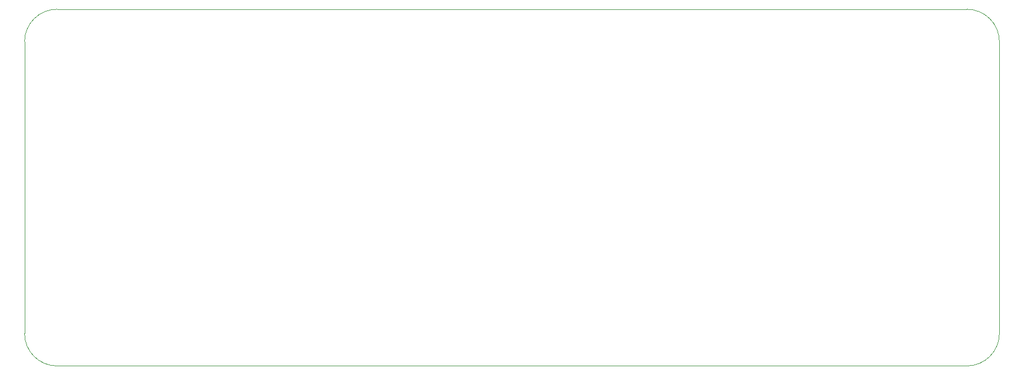
<source format=gbr>
%TF.GenerationSoftware,KiCad,Pcbnew,5.1.9+dfsg1-1*%
%TF.CreationDate,2021-06-11T06:32:11+02:00*%
%TF.ProjectId,one-dim-pong,6f6e652d-6469-46d2-9d70-6f6e672e6b69,rev?*%
%TF.SameCoordinates,Original*%
%TF.FileFunction,Profile,NP*%
%FSLAX46Y46*%
G04 Gerber Fmt 4.6, Leading zero omitted, Abs format (unit mm)*
G04 Created by KiCad (PCBNEW 5.1.9+dfsg1-1) date 2021-06-11 06:32:11*
%MOMM*%
%LPD*%
G01*
G04 APERTURE LIST*
%TA.AperFunction,Profile*%
%ADD10C,0.050000*%
%TD*%
G04 APERTURE END LIST*
D10*
X76410000Y-118570000D02*
X76410000Y-73570000D01*
X221410000Y-123570000D02*
X81410000Y-123570000D01*
X226410000Y-73570000D02*
X226410000Y-118570000D01*
X221410000Y-68570000D02*
G75*
G02*
X226410000Y-73570000I0J-5000000D01*
G01*
X226410000Y-118570000D02*
G75*
G02*
X221410000Y-123570000I-5000000J0D01*
G01*
X81410000Y-123570000D02*
G75*
G02*
X76410000Y-118570000I0J5000000D01*
G01*
X76410000Y-73570000D02*
G75*
G02*
X81410000Y-68570000I5000000J0D01*
G01*
X221410000Y-68570000D02*
X81410000Y-68570000D01*
M02*

</source>
